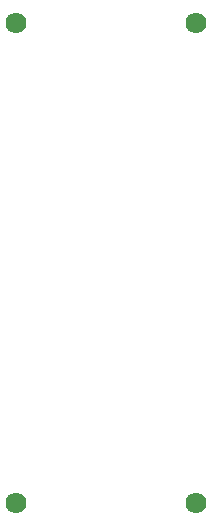
<source format=gbr>
%TF.GenerationSoftware,KiCad,Pcbnew,9.0.0*%
%TF.CreationDate,2025-11-11T15:09:26+01:00*%
%TF.ProjectId,lidar_and_7_camera_trigger_arduino_circuit,6c696461-725f-4616-9e64-5f375f63616d,1.0*%
%TF.SameCoordinates,Original*%
%TF.FileFunction,NonPlated,1,2,NPTH,Drill*%
%TF.FilePolarity,Positive*%
%FSLAX46Y46*%
G04 Gerber Fmt 4.6, Leading zero omitted, Abs format (unit mm)*
G04 Created by KiCad (PCBNEW 9.0.0) date 2025-11-11 15:09:26*
%MOMM*%
%LPD*%
G01*
G04 APERTURE LIST*
%TA.AperFunction,ComponentDrill*%
%ADD10C,1.780000*%
%TD*%
G04 APERTURE END LIST*
D10*
%TO.C,A1*%
X153710000Y-73596667D03*
X153710000Y-114236667D03*
X168950000Y-73596667D03*
X168950000Y-114236667D03*
M02*

</source>
